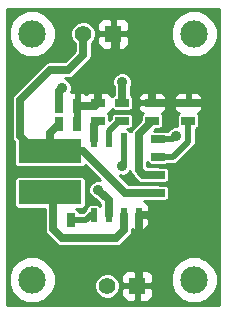
<source format=gtl>
G04 (created by PCBNEW (2014-01-10 BZR 4027)-stable) date sab 21 mar 2015 15:48:28 CET*
%MOIN*%
G04 Gerber Fmt 3.4, Leading zero omitted, Abs format*
%FSLAX34Y34*%
G01*
G70*
G90*
G04 APERTURE LIST*
%ADD10C,0.00590551*%
%ADD11R,0.02X0.045*%
%ADD12R,0.045X0.025*%
%ADD13R,0.025X0.045*%
%ADD14R,0.2085X0.0787*%
%ADD15R,0.055X0.055*%
%ADD16C,0.055*%
%ADD17C,0.0912598*%
%ADD18C,0.035*%
%ADD19C,0.027126*%
%ADD20C,0.019252*%
%ADD21C,0.01*%
G04 APERTURE END LIST*
G54D10*
G54D11*
X56450Y-23150D03*
X56950Y-23150D03*
X57450Y-23150D03*
X57950Y-23150D03*
X57950Y-25650D03*
X57450Y-25650D03*
X56950Y-25650D03*
X56450Y-25650D03*
G54D12*
X57400Y-21900D03*
X57400Y-22500D03*
X59600Y-21900D03*
X59600Y-22500D03*
X58600Y-24300D03*
X58600Y-24900D03*
X58400Y-22500D03*
X58400Y-21900D03*
G54D13*
X55300Y-22000D03*
X55900Y-22000D03*
X55100Y-25800D03*
X55700Y-25800D03*
G54D12*
X58600Y-23700D03*
X58600Y-23100D03*
X56600Y-22500D03*
X56600Y-21900D03*
G54D13*
X55300Y-22600D03*
X55900Y-22600D03*
G54D14*
X55000Y-24888D03*
X55000Y-23512D03*
G54D15*
X57900Y-28000D03*
G54D16*
X56900Y-28000D03*
G54D15*
X57100Y-19600D03*
G54D16*
X56100Y-19600D03*
G54D17*
X59800Y-19600D03*
X54400Y-19600D03*
X59800Y-27800D03*
X54400Y-27800D03*
G54D18*
X56600Y-24800D03*
X55400Y-21400D03*
X57400Y-21200D03*
X59200Y-23000D03*
X57400Y-24000D03*
G54D19*
X55000Y-23512D02*
X56112Y-23512D01*
X57500Y-24900D02*
X58600Y-24900D01*
X56112Y-23512D02*
X57500Y-24900D01*
X55000Y-23512D02*
X55000Y-22900D01*
X55000Y-22900D02*
X55300Y-22600D01*
X55000Y-23512D02*
X54512Y-23512D01*
X56100Y-20300D02*
X56100Y-19600D01*
X55600Y-20800D02*
X56100Y-20300D01*
X55000Y-20800D02*
X55600Y-20800D01*
X54000Y-21800D02*
X55000Y-20800D01*
X54000Y-23000D02*
X54000Y-21800D01*
X54512Y-23512D02*
X54000Y-23000D01*
X56950Y-25650D02*
X56950Y-25150D01*
X56950Y-25150D02*
X56600Y-24800D01*
X57400Y-21900D02*
X57400Y-21200D01*
X55300Y-21500D02*
X55300Y-22000D01*
X55400Y-21400D02*
X55300Y-21500D01*
X57200Y-20400D02*
X58000Y-20400D01*
X58400Y-20800D02*
X58400Y-21900D01*
X58000Y-20400D02*
X58400Y-20800D01*
X57200Y-20800D02*
X57200Y-20400D01*
X57200Y-20400D02*
X57200Y-19700D01*
X57200Y-19700D02*
X57100Y-19600D01*
X56600Y-21900D02*
X56600Y-21000D01*
X56600Y-21000D02*
X56800Y-20800D01*
X56800Y-20800D02*
X57200Y-20800D01*
X57950Y-25650D02*
X58750Y-25650D01*
X58750Y-25650D02*
X60200Y-24200D01*
X60200Y-24200D02*
X60200Y-22000D01*
X60200Y-22000D02*
X60100Y-21900D01*
X60100Y-21900D02*
X59600Y-21900D01*
X55900Y-22000D02*
X56500Y-22000D01*
X56500Y-22000D02*
X56600Y-21900D01*
G54D20*
X55900Y-22600D02*
X55900Y-22000D01*
G54D19*
X58400Y-21900D02*
X59600Y-21900D01*
X57950Y-25650D02*
X57950Y-27950D01*
X57950Y-27950D02*
X57900Y-28000D01*
G54D20*
X57450Y-23150D02*
X57450Y-23950D01*
X59100Y-23100D02*
X58600Y-23100D01*
X59200Y-23000D02*
X59100Y-23100D01*
X57450Y-23950D02*
X57400Y-24000D01*
G54D19*
X58600Y-24300D02*
X58100Y-24300D01*
X57950Y-24150D02*
X57950Y-23150D01*
X58100Y-24300D02*
X57950Y-24150D01*
X57950Y-23150D02*
X57950Y-22950D01*
X57950Y-22950D02*
X58400Y-22500D01*
X55100Y-25800D02*
X55100Y-26100D01*
X57450Y-26150D02*
X57450Y-25650D01*
X57200Y-26400D02*
X57450Y-26150D01*
X55400Y-26400D02*
X57200Y-26400D01*
X55100Y-26100D02*
X55400Y-26400D01*
X55100Y-25800D02*
X55100Y-24988D01*
X55100Y-24988D02*
X55000Y-24888D01*
X56450Y-23150D02*
X56450Y-22650D01*
X56450Y-22650D02*
X56600Y-22500D01*
G54D20*
X56950Y-23150D02*
X56950Y-22850D01*
X57300Y-22500D02*
X57400Y-22500D01*
X56950Y-22850D02*
X57300Y-22500D01*
X55700Y-25800D02*
X56200Y-25800D01*
X56400Y-25600D02*
X56450Y-25650D01*
X56200Y-25800D02*
X56400Y-25600D01*
X58600Y-23700D02*
X59100Y-23700D01*
X59600Y-23200D02*
X59600Y-22500D01*
X59100Y-23700D02*
X59600Y-23200D01*
G54D10*
G36*
X60640Y-28640D02*
X60582Y-28640D01*
X60582Y-27645D01*
X60582Y-19445D01*
X60463Y-19157D01*
X60243Y-18937D01*
X59956Y-18817D01*
X59645Y-18817D01*
X59357Y-18936D01*
X59137Y-19156D01*
X59017Y-19443D01*
X59017Y-19754D01*
X59136Y-20042D01*
X59356Y-20262D01*
X59643Y-20382D01*
X59954Y-20382D01*
X60242Y-20263D01*
X60462Y-20043D01*
X60582Y-19756D01*
X60582Y-19445D01*
X60582Y-27645D01*
X60463Y-27357D01*
X60243Y-27137D01*
X60075Y-27067D01*
X60075Y-22074D01*
X60075Y-21725D01*
X60037Y-21633D01*
X59966Y-21563D01*
X59874Y-21525D01*
X59775Y-21524D01*
X59712Y-21525D01*
X59650Y-21587D01*
X59650Y-21850D01*
X60012Y-21850D01*
X60075Y-21787D01*
X60075Y-21725D01*
X60075Y-22074D01*
X60075Y-22012D01*
X60012Y-21950D01*
X59650Y-21950D01*
X59650Y-21957D01*
X59550Y-21957D01*
X59550Y-21950D01*
X59550Y-21850D01*
X59550Y-21587D01*
X59487Y-21525D01*
X59424Y-21524D01*
X59325Y-21525D01*
X59233Y-21563D01*
X59162Y-21633D01*
X59124Y-21725D01*
X59125Y-21787D01*
X59187Y-21850D01*
X59550Y-21850D01*
X59550Y-21950D01*
X59187Y-21950D01*
X59125Y-22012D01*
X59124Y-22074D01*
X59162Y-22166D01*
X59233Y-22236D01*
X59281Y-22256D01*
X59247Y-22289D01*
X59225Y-22345D01*
X59224Y-22404D01*
X59224Y-22654D01*
X59233Y-22675D01*
X59135Y-22674D01*
X59016Y-22724D01*
X58924Y-22815D01*
X58910Y-22848D01*
X58910Y-22847D01*
X58854Y-22825D01*
X58795Y-22824D01*
X58478Y-22824D01*
X58528Y-22775D01*
X58654Y-22775D01*
X58709Y-22752D01*
X58752Y-22710D01*
X58774Y-22654D01*
X58775Y-22595D01*
X58775Y-22345D01*
X58752Y-22290D01*
X58718Y-22256D01*
X58766Y-22236D01*
X58837Y-22166D01*
X58875Y-22074D01*
X58875Y-21725D01*
X58837Y-21633D01*
X58766Y-21563D01*
X58674Y-21525D01*
X58575Y-21524D01*
X58512Y-21525D01*
X58450Y-21587D01*
X58450Y-21850D01*
X58812Y-21850D01*
X58875Y-21787D01*
X58875Y-21725D01*
X58875Y-22074D01*
X58875Y-22012D01*
X58812Y-21950D01*
X58450Y-21950D01*
X58450Y-21957D01*
X58350Y-21957D01*
X58350Y-21950D01*
X58350Y-21850D01*
X58350Y-21587D01*
X58287Y-21525D01*
X58224Y-21524D01*
X58125Y-21525D01*
X58033Y-21563D01*
X57962Y-21633D01*
X57924Y-21725D01*
X57925Y-21787D01*
X57987Y-21850D01*
X58350Y-21850D01*
X58350Y-21950D01*
X57987Y-21950D01*
X57925Y-22012D01*
X57924Y-22074D01*
X57962Y-22166D01*
X58033Y-22236D01*
X58081Y-22256D01*
X58047Y-22289D01*
X58025Y-22345D01*
X58024Y-22404D01*
X58024Y-22471D01*
X57748Y-22748D01*
X57686Y-22840D01*
X57683Y-22854D01*
X57677Y-22840D01*
X57635Y-22797D01*
X57579Y-22775D01*
X57654Y-22775D01*
X57709Y-22752D01*
X57752Y-22710D01*
X57774Y-22654D01*
X57775Y-22595D01*
X57775Y-22345D01*
X57752Y-22290D01*
X57710Y-22247D01*
X57654Y-22225D01*
X57595Y-22224D01*
X57145Y-22224D01*
X57090Y-22247D01*
X57047Y-22289D01*
X57025Y-22345D01*
X57024Y-22404D01*
X57024Y-22426D01*
X56975Y-22476D01*
X56975Y-22345D01*
X56952Y-22290D01*
X56918Y-22256D01*
X56966Y-22236D01*
X57037Y-22166D01*
X57056Y-22118D01*
X57089Y-22152D01*
X57145Y-22174D01*
X57204Y-22175D01*
X57346Y-22175D01*
X57400Y-22185D01*
X57453Y-22175D01*
X57654Y-22175D01*
X57709Y-22152D01*
X57752Y-22110D01*
X57774Y-22054D01*
X57775Y-21995D01*
X57775Y-21745D01*
X57752Y-21690D01*
X57710Y-21647D01*
X57685Y-21637D01*
X57685Y-21359D01*
X57724Y-21264D01*
X57725Y-21135D01*
X57675Y-21016D01*
X57625Y-20965D01*
X57625Y-19825D01*
X57625Y-19374D01*
X57624Y-19275D01*
X57586Y-19183D01*
X57516Y-19112D01*
X57424Y-19074D01*
X57212Y-19075D01*
X57150Y-19137D01*
X57150Y-19550D01*
X57562Y-19550D01*
X57625Y-19487D01*
X57625Y-19374D01*
X57625Y-19825D01*
X57625Y-19712D01*
X57562Y-19650D01*
X57150Y-19650D01*
X57150Y-20062D01*
X57212Y-20125D01*
X57424Y-20125D01*
X57516Y-20087D01*
X57586Y-20016D01*
X57624Y-19924D01*
X57625Y-19825D01*
X57625Y-20965D01*
X57584Y-20924D01*
X57464Y-20875D01*
X57335Y-20874D01*
X57216Y-20924D01*
X57124Y-21015D01*
X57075Y-21135D01*
X57074Y-21264D01*
X57114Y-21359D01*
X57114Y-21637D01*
X57090Y-21647D01*
X57056Y-21681D01*
X57050Y-21664D01*
X57050Y-20062D01*
X57050Y-19650D01*
X57050Y-19550D01*
X57050Y-19137D01*
X56987Y-19075D01*
X56775Y-19074D01*
X56683Y-19112D01*
X56613Y-19183D01*
X56575Y-19275D01*
X56574Y-19374D01*
X56575Y-19487D01*
X56637Y-19550D01*
X57050Y-19550D01*
X57050Y-19650D01*
X56637Y-19650D01*
X56575Y-19712D01*
X56574Y-19825D01*
X56575Y-19924D01*
X56613Y-20016D01*
X56683Y-20087D01*
X56775Y-20125D01*
X56987Y-20125D01*
X57050Y-20062D01*
X57050Y-21664D01*
X57037Y-21633D01*
X56966Y-21563D01*
X56874Y-21525D01*
X56775Y-21524D01*
X56712Y-21525D01*
X56650Y-21587D01*
X56650Y-21850D01*
X56657Y-21850D01*
X56657Y-21950D01*
X56650Y-21950D01*
X56650Y-21957D01*
X56550Y-21957D01*
X56550Y-21950D01*
X56542Y-21950D01*
X56542Y-21850D01*
X56550Y-21850D01*
X56550Y-21587D01*
X56487Y-21525D01*
X56424Y-21524D01*
X56325Y-21525D01*
X56233Y-21563D01*
X56199Y-21596D01*
X56166Y-21562D01*
X56074Y-21524D01*
X56012Y-21525D01*
X55950Y-21587D01*
X55950Y-21950D01*
X55957Y-21950D01*
X55957Y-22050D01*
X55950Y-22050D01*
X55950Y-22187D01*
X55950Y-22412D01*
X55950Y-22550D01*
X55957Y-22550D01*
X55957Y-22650D01*
X55950Y-22650D01*
X55950Y-22657D01*
X55850Y-22657D01*
X55850Y-22650D01*
X55842Y-22650D01*
X55842Y-22550D01*
X55850Y-22550D01*
X55850Y-22412D01*
X55850Y-22187D01*
X55850Y-22050D01*
X55842Y-22050D01*
X55842Y-21950D01*
X55850Y-21950D01*
X55850Y-21587D01*
X55787Y-21525D01*
X55725Y-21524D01*
X55694Y-21537D01*
X55724Y-21464D01*
X55725Y-21335D01*
X55675Y-21216D01*
X55584Y-21124D01*
X55490Y-21085D01*
X55600Y-21085D01*
X55709Y-21063D01*
X55801Y-21001D01*
X56301Y-20501D01*
X56363Y-20409D01*
X56385Y-20300D01*
X56385Y-19915D01*
X56460Y-19841D01*
X56524Y-19684D01*
X56525Y-19515D01*
X56460Y-19359D01*
X56341Y-19239D01*
X56184Y-19175D01*
X56015Y-19174D01*
X55859Y-19239D01*
X55739Y-19358D01*
X55675Y-19515D01*
X55674Y-19684D01*
X55739Y-19840D01*
X55814Y-19915D01*
X55814Y-20181D01*
X55481Y-20514D01*
X55182Y-20514D01*
X55182Y-19445D01*
X55063Y-19157D01*
X54843Y-18937D01*
X54556Y-18817D01*
X54245Y-18817D01*
X53957Y-18936D01*
X53737Y-19156D01*
X53617Y-19443D01*
X53617Y-19754D01*
X53736Y-20042D01*
X53956Y-20262D01*
X54243Y-20382D01*
X54554Y-20382D01*
X54842Y-20263D01*
X55062Y-20043D01*
X55182Y-19756D01*
X55182Y-19445D01*
X55182Y-20514D01*
X55000Y-20514D01*
X54890Y-20536D01*
X54798Y-20598D01*
X53798Y-21598D01*
X53736Y-21690D01*
X53714Y-21800D01*
X53714Y-23000D01*
X53736Y-23109D01*
X53798Y-23201D01*
X53807Y-23211D01*
X53807Y-23935D01*
X53830Y-23990D01*
X53872Y-24032D01*
X53927Y-24055D01*
X53987Y-24055D01*
X56072Y-24055D01*
X56127Y-24032D01*
X56169Y-23990D01*
X56174Y-23978D01*
X56675Y-24479D01*
X56664Y-24475D01*
X56535Y-24474D01*
X56416Y-24524D01*
X56324Y-24615D01*
X56275Y-24735D01*
X56274Y-24864D01*
X56324Y-24983D01*
X56415Y-25075D01*
X56511Y-25114D01*
X56664Y-25268D01*
X56664Y-25327D01*
X56635Y-25297D01*
X56579Y-25275D01*
X56520Y-25274D01*
X56320Y-25274D01*
X56265Y-25297D01*
X56222Y-25339D01*
X56200Y-25395D01*
X56199Y-25451D01*
X56097Y-25553D01*
X55975Y-25553D01*
X55975Y-25545D01*
X55952Y-25490D01*
X55910Y-25447D01*
X55870Y-25431D01*
X56072Y-25431D01*
X56127Y-25408D01*
X56169Y-25366D01*
X56192Y-25311D01*
X56192Y-25251D01*
X56192Y-24464D01*
X56169Y-24409D01*
X56127Y-24367D01*
X56072Y-24344D01*
X56012Y-24344D01*
X53927Y-24344D01*
X53872Y-24367D01*
X53830Y-24409D01*
X53807Y-24464D01*
X53807Y-24524D01*
X53807Y-25311D01*
X53830Y-25366D01*
X53872Y-25408D01*
X53927Y-25431D01*
X53987Y-25431D01*
X54814Y-25431D01*
X54814Y-25800D01*
X54814Y-26100D01*
X54836Y-26209D01*
X54898Y-26301D01*
X55198Y-26601D01*
X55198Y-26601D01*
X55290Y-26663D01*
X55290Y-26663D01*
X55378Y-26681D01*
X55399Y-26685D01*
X55399Y-26685D01*
X55400Y-26685D01*
X57200Y-26685D01*
X57309Y-26663D01*
X57401Y-26601D01*
X57651Y-26351D01*
X57713Y-26259D01*
X57735Y-26150D01*
X57735Y-26098D01*
X57800Y-26125D01*
X57837Y-26125D01*
X57900Y-26062D01*
X57900Y-25700D01*
X57892Y-25700D01*
X57892Y-25600D01*
X57900Y-25600D01*
X57900Y-25592D01*
X58000Y-25592D01*
X58000Y-25600D01*
X58237Y-25600D01*
X58300Y-25537D01*
X58300Y-25474D01*
X58299Y-25375D01*
X58261Y-25283D01*
X58191Y-25212D01*
X58125Y-25185D01*
X58600Y-25185D01*
X58653Y-25175D01*
X58854Y-25175D01*
X58909Y-25152D01*
X58952Y-25110D01*
X58974Y-25054D01*
X58975Y-24995D01*
X58975Y-24745D01*
X58952Y-24690D01*
X58910Y-24647D01*
X58854Y-24625D01*
X58795Y-24624D01*
X58653Y-24624D01*
X58600Y-24614D01*
X57618Y-24614D01*
X57324Y-24320D01*
X57335Y-24324D01*
X57464Y-24325D01*
X57583Y-24275D01*
X57671Y-24187D01*
X57686Y-24259D01*
X57748Y-24351D01*
X57898Y-24501D01*
X57990Y-24563D01*
X58100Y-24585D01*
X58600Y-24585D01*
X58653Y-24575D01*
X58854Y-24575D01*
X58909Y-24552D01*
X58952Y-24510D01*
X58974Y-24454D01*
X58975Y-24395D01*
X58975Y-24145D01*
X58952Y-24090D01*
X58910Y-24047D01*
X58854Y-24025D01*
X58795Y-24024D01*
X58653Y-24024D01*
X58600Y-24014D01*
X58235Y-24014D01*
X58235Y-23880D01*
X58247Y-23909D01*
X58289Y-23952D01*
X58345Y-23974D01*
X58404Y-23975D01*
X58854Y-23975D01*
X58909Y-23952D01*
X58915Y-23946D01*
X59100Y-23946D01*
X59194Y-23927D01*
X59194Y-23927D01*
X59274Y-23874D01*
X59774Y-23374D01*
X59827Y-23294D01*
X59827Y-23294D01*
X59846Y-23200D01*
X59846Y-23200D01*
X59846Y-22775D01*
X59854Y-22775D01*
X59909Y-22752D01*
X59952Y-22710D01*
X59974Y-22654D01*
X59975Y-22595D01*
X59975Y-22345D01*
X59952Y-22290D01*
X59918Y-22256D01*
X59966Y-22236D01*
X60037Y-22166D01*
X60075Y-22074D01*
X60075Y-27067D01*
X59956Y-27017D01*
X59645Y-27017D01*
X59357Y-27136D01*
X59137Y-27356D01*
X59017Y-27643D01*
X59017Y-27954D01*
X59136Y-28242D01*
X59356Y-28462D01*
X59643Y-28582D01*
X59954Y-28582D01*
X60242Y-28463D01*
X60462Y-28243D01*
X60582Y-27956D01*
X60582Y-27645D01*
X60582Y-28640D01*
X58425Y-28640D01*
X58425Y-28225D01*
X58425Y-27774D01*
X58424Y-27675D01*
X58386Y-27583D01*
X58316Y-27512D01*
X58300Y-27506D01*
X58300Y-25825D01*
X58300Y-25762D01*
X58237Y-25700D01*
X58000Y-25700D01*
X58000Y-26062D01*
X58062Y-26125D01*
X58099Y-26125D01*
X58191Y-26087D01*
X58261Y-26016D01*
X58299Y-25924D01*
X58300Y-25825D01*
X58300Y-27506D01*
X58224Y-27474D01*
X58012Y-27475D01*
X57950Y-27537D01*
X57950Y-27950D01*
X58362Y-27950D01*
X58425Y-27887D01*
X58425Y-27774D01*
X58425Y-28225D01*
X58425Y-28112D01*
X58362Y-28050D01*
X57950Y-28050D01*
X57950Y-28462D01*
X58012Y-28525D01*
X58224Y-28525D01*
X58316Y-28487D01*
X58386Y-28416D01*
X58424Y-28324D01*
X58425Y-28225D01*
X58425Y-28640D01*
X57850Y-28640D01*
X57850Y-28462D01*
X57850Y-28050D01*
X57850Y-27950D01*
X57850Y-27537D01*
X57787Y-27475D01*
X57575Y-27474D01*
X57483Y-27512D01*
X57413Y-27583D01*
X57375Y-27675D01*
X57374Y-27774D01*
X57375Y-27887D01*
X57437Y-27950D01*
X57850Y-27950D01*
X57850Y-28050D01*
X57437Y-28050D01*
X57375Y-28112D01*
X57374Y-28225D01*
X57375Y-28324D01*
X57413Y-28416D01*
X57483Y-28487D01*
X57575Y-28525D01*
X57787Y-28525D01*
X57850Y-28462D01*
X57850Y-28640D01*
X57325Y-28640D01*
X57325Y-27915D01*
X57260Y-27759D01*
X57141Y-27639D01*
X56984Y-27575D01*
X56815Y-27574D01*
X56659Y-27639D01*
X56539Y-27758D01*
X56475Y-27915D01*
X56474Y-28084D01*
X56539Y-28240D01*
X56658Y-28360D01*
X56815Y-28424D01*
X56984Y-28425D01*
X57140Y-28360D01*
X57260Y-28241D01*
X57324Y-28084D01*
X57325Y-27915D01*
X57325Y-28640D01*
X55182Y-28640D01*
X55182Y-27645D01*
X55063Y-27357D01*
X54843Y-27137D01*
X54556Y-27017D01*
X54245Y-27017D01*
X53957Y-27136D01*
X53737Y-27356D01*
X53617Y-27643D01*
X53617Y-27954D01*
X53736Y-28242D01*
X53956Y-28462D01*
X54243Y-28582D01*
X54554Y-28582D01*
X54842Y-28463D01*
X55062Y-28243D01*
X55182Y-27956D01*
X55182Y-27645D01*
X55182Y-28640D01*
X53559Y-28640D01*
X53559Y-18759D01*
X60640Y-18759D01*
X60640Y-28640D01*
X60640Y-28640D01*
G37*
G54D21*
X60640Y-28640D02*
X60582Y-28640D01*
X60582Y-27645D01*
X60582Y-19445D01*
X60463Y-19157D01*
X60243Y-18937D01*
X59956Y-18817D01*
X59645Y-18817D01*
X59357Y-18936D01*
X59137Y-19156D01*
X59017Y-19443D01*
X59017Y-19754D01*
X59136Y-20042D01*
X59356Y-20262D01*
X59643Y-20382D01*
X59954Y-20382D01*
X60242Y-20263D01*
X60462Y-20043D01*
X60582Y-19756D01*
X60582Y-19445D01*
X60582Y-27645D01*
X60463Y-27357D01*
X60243Y-27137D01*
X60075Y-27067D01*
X60075Y-22074D01*
X60075Y-21725D01*
X60037Y-21633D01*
X59966Y-21563D01*
X59874Y-21525D01*
X59775Y-21524D01*
X59712Y-21525D01*
X59650Y-21587D01*
X59650Y-21850D01*
X60012Y-21850D01*
X60075Y-21787D01*
X60075Y-21725D01*
X60075Y-22074D01*
X60075Y-22012D01*
X60012Y-21950D01*
X59650Y-21950D01*
X59650Y-21957D01*
X59550Y-21957D01*
X59550Y-21950D01*
X59550Y-21850D01*
X59550Y-21587D01*
X59487Y-21525D01*
X59424Y-21524D01*
X59325Y-21525D01*
X59233Y-21563D01*
X59162Y-21633D01*
X59124Y-21725D01*
X59125Y-21787D01*
X59187Y-21850D01*
X59550Y-21850D01*
X59550Y-21950D01*
X59187Y-21950D01*
X59125Y-22012D01*
X59124Y-22074D01*
X59162Y-22166D01*
X59233Y-22236D01*
X59281Y-22256D01*
X59247Y-22289D01*
X59225Y-22345D01*
X59224Y-22404D01*
X59224Y-22654D01*
X59233Y-22675D01*
X59135Y-22674D01*
X59016Y-22724D01*
X58924Y-22815D01*
X58910Y-22848D01*
X58910Y-22847D01*
X58854Y-22825D01*
X58795Y-22824D01*
X58478Y-22824D01*
X58528Y-22775D01*
X58654Y-22775D01*
X58709Y-22752D01*
X58752Y-22710D01*
X58774Y-22654D01*
X58775Y-22595D01*
X58775Y-22345D01*
X58752Y-22290D01*
X58718Y-22256D01*
X58766Y-22236D01*
X58837Y-22166D01*
X58875Y-22074D01*
X58875Y-21725D01*
X58837Y-21633D01*
X58766Y-21563D01*
X58674Y-21525D01*
X58575Y-21524D01*
X58512Y-21525D01*
X58450Y-21587D01*
X58450Y-21850D01*
X58812Y-21850D01*
X58875Y-21787D01*
X58875Y-21725D01*
X58875Y-22074D01*
X58875Y-22012D01*
X58812Y-21950D01*
X58450Y-21950D01*
X58450Y-21957D01*
X58350Y-21957D01*
X58350Y-21950D01*
X58350Y-21850D01*
X58350Y-21587D01*
X58287Y-21525D01*
X58224Y-21524D01*
X58125Y-21525D01*
X58033Y-21563D01*
X57962Y-21633D01*
X57924Y-21725D01*
X57925Y-21787D01*
X57987Y-21850D01*
X58350Y-21850D01*
X58350Y-21950D01*
X57987Y-21950D01*
X57925Y-22012D01*
X57924Y-22074D01*
X57962Y-22166D01*
X58033Y-22236D01*
X58081Y-22256D01*
X58047Y-22289D01*
X58025Y-22345D01*
X58024Y-22404D01*
X58024Y-22471D01*
X57748Y-22748D01*
X57686Y-22840D01*
X57683Y-22854D01*
X57677Y-22840D01*
X57635Y-22797D01*
X57579Y-22775D01*
X57654Y-22775D01*
X57709Y-22752D01*
X57752Y-22710D01*
X57774Y-22654D01*
X57775Y-22595D01*
X57775Y-22345D01*
X57752Y-22290D01*
X57710Y-22247D01*
X57654Y-22225D01*
X57595Y-22224D01*
X57145Y-22224D01*
X57090Y-22247D01*
X57047Y-22289D01*
X57025Y-22345D01*
X57024Y-22404D01*
X57024Y-22426D01*
X56975Y-22476D01*
X56975Y-22345D01*
X56952Y-22290D01*
X56918Y-22256D01*
X56966Y-22236D01*
X57037Y-22166D01*
X57056Y-22118D01*
X57089Y-22152D01*
X57145Y-22174D01*
X57204Y-22175D01*
X57346Y-22175D01*
X57400Y-22185D01*
X57453Y-22175D01*
X57654Y-22175D01*
X57709Y-22152D01*
X57752Y-22110D01*
X57774Y-22054D01*
X57775Y-21995D01*
X57775Y-21745D01*
X57752Y-21690D01*
X57710Y-21647D01*
X57685Y-21637D01*
X57685Y-21359D01*
X57724Y-21264D01*
X57725Y-21135D01*
X57675Y-21016D01*
X57625Y-20965D01*
X57625Y-19825D01*
X57625Y-19374D01*
X57624Y-19275D01*
X57586Y-19183D01*
X57516Y-19112D01*
X57424Y-19074D01*
X57212Y-19075D01*
X57150Y-19137D01*
X57150Y-19550D01*
X57562Y-19550D01*
X57625Y-19487D01*
X57625Y-19374D01*
X57625Y-19825D01*
X57625Y-19712D01*
X57562Y-19650D01*
X57150Y-19650D01*
X57150Y-20062D01*
X57212Y-20125D01*
X57424Y-20125D01*
X57516Y-20087D01*
X57586Y-20016D01*
X57624Y-19924D01*
X57625Y-19825D01*
X57625Y-20965D01*
X57584Y-20924D01*
X57464Y-20875D01*
X57335Y-20874D01*
X57216Y-20924D01*
X57124Y-21015D01*
X57075Y-21135D01*
X57074Y-21264D01*
X57114Y-21359D01*
X57114Y-21637D01*
X57090Y-21647D01*
X57056Y-21681D01*
X57050Y-21664D01*
X57050Y-20062D01*
X57050Y-19650D01*
X57050Y-19550D01*
X57050Y-19137D01*
X56987Y-19075D01*
X56775Y-19074D01*
X56683Y-19112D01*
X56613Y-19183D01*
X56575Y-19275D01*
X56574Y-19374D01*
X56575Y-19487D01*
X56637Y-19550D01*
X57050Y-19550D01*
X57050Y-19650D01*
X56637Y-19650D01*
X56575Y-19712D01*
X56574Y-19825D01*
X56575Y-19924D01*
X56613Y-20016D01*
X56683Y-20087D01*
X56775Y-20125D01*
X56987Y-20125D01*
X57050Y-20062D01*
X57050Y-21664D01*
X57037Y-21633D01*
X56966Y-21563D01*
X56874Y-21525D01*
X56775Y-21524D01*
X56712Y-21525D01*
X56650Y-21587D01*
X56650Y-21850D01*
X56657Y-21850D01*
X56657Y-21950D01*
X56650Y-21950D01*
X56650Y-21957D01*
X56550Y-21957D01*
X56550Y-21950D01*
X56542Y-21950D01*
X56542Y-21850D01*
X56550Y-21850D01*
X56550Y-21587D01*
X56487Y-21525D01*
X56424Y-21524D01*
X56325Y-21525D01*
X56233Y-21563D01*
X56199Y-21596D01*
X56166Y-21562D01*
X56074Y-21524D01*
X56012Y-21525D01*
X55950Y-21587D01*
X55950Y-21950D01*
X55957Y-21950D01*
X55957Y-22050D01*
X55950Y-22050D01*
X55950Y-22187D01*
X55950Y-22412D01*
X55950Y-22550D01*
X55957Y-22550D01*
X55957Y-22650D01*
X55950Y-22650D01*
X55950Y-22657D01*
X55850Y-22657D01*
X55850Y-22650D01*
X55842Y-22650D01*
X55842Y-22550D01*
X55850Y-22550D01*
X55850Y-22412D01*
X55850Y-22187D01*
X55850Y-22050D01*
X55842Y-22050D01*
X55842Y-21950D01*
X55850Y-21950D01*
X55850Y-21587D01*
X55787Y-21525D01*
X55725Y-21524D01*
X55694Y-21537D01*
X55724Y-21464D01*
X55725Y-21335D01*
X55675Y-21216D01*
X55584Y-21124D01*
X55490Y-21085D01*
X55600Y-21085D01*
X55709Y-21063D01*
X55801Y-21001D01*
X56301Y-20501D01*
X56363Y-20409D01*
X56385Y-20300D01*
X56385Y-19915D01*
X56460Y-19841D01*
X56524Y-19684D01*
X56525Y-19515D01*
X56460Y-19359D01*
X56341Y-19239D01*
X56184Y-19175D01*
X56015Y-19174D01*
X55859Y-19239D01*
X55739Y-19358D01*
X55675Y-19515D01*
X55674Y-19684D01*
X55739Y-19840D01*
X55814Y-19915D01*
X55814Y-20181D01*
X55481Y-20514D01*
X55182Y-20514D01*
X55182Y-19445D01*
X55063Y-19157D01*
X54843Y-18937D01*
X54556Y-18817D01*
X54245Y-18817D01*
X53957Y-18936D01*
X53737Y-19156D01*
X53617Y-19443D01*
X53617Y-19754D01*
X53736Y-20042D01*
X53956Y-20262D01*
X54243Y-20382D01*
X54554Y-20382D01*
X54842Y-20263D01*
X55062Y-20043D01*
X55182Y-19756D01*
X55182Y-19445D01*
X55182Y-20514D01*
X55000Y-20514D01*
X54890Y-20536D01*
X54798Y-20598D01*
X53798Y-21598D01*
X53736Y-21690D01*
X53714Y-21800D01*
X53714Y-23000D01*
X53736Y-23109D01*
X53798Y-23201D01*
X53807Y-23211D01*
X53807Y-23935D01*
X53830Y-23990D01*
X53872Y-24032D01*
X53927Y-24055D01*
X53987Y-24055D01*
X56072Y-24055D01*
X56127Y-24032D01*
X56169Y-23990D01*
X56174Y-23978D01*
X56675Y-24479D01*
X56664Y-24475D01*
X56535Y-24474D01*
X56416Y-24524D01*
X56324Y-24615D01*
X56275Y-24735D01*
X56274Y-24864D01*
X56324Y-24983D01*
X56415Y-25075D01*
X56511Y-25114D01*
X56664Y-25268D01*
X56664Y-25327D01*
X56635Y-25297D01*
X56579Y-25275D01*
X56520Y-25274D01*
X56320Y-25274D01*
X56265Y-25297D01*
X56222Y-25339D01*
X56200Y-25395D01*
X56199Y-25451D01*
X56097Y-25553D01*
X55975Y-25553D01*
X55975Y-25545D01*
X55952Y-25490D01*
X55910Y-25447D01*
X55870Y-25431D01*
X56072Y-25431D01*
X56127Y-25408D01*
X56169Y-25366D01*
X56192Y-25311D01*
X56192Y-25251D01*
X56192Y-24464D01*
X56169Y-24409D01*
X56127Y-24367D01*
X56072Y-24344D01*
X56012Y-24344D01*
X53927Y-24344D01*
X53872Y-24367D01*
X53830Y-24409D01*
X53807Y-24464D01*
X53807Y-24524D01*
X53807Y-25311D01*
X53830Y-25366D01*
X53872Y-25408D01*
X53927Y-25431D01*
X53987Y-25431D01*
X54814Y-25431D01*
X54814Y-25800D01*
X54814Y-26100D01*
X54836Y-26209D01*
X54898Y-26301D01*
X55198Y-26601D01*
X55198Y-26601D01*
X55290Y-26663D01*
X55290Y-26663D01*
X55378Y-26681D01*
X55399Y-26685D01*
X55399Y-26685D01*
X55400Y-26685D01*
X57200Y-26685D01*
X57309Y-26663D01*
X57401Y-26601D01*
X57651Y-26351D01*
X57713Y-26259D01*
X57735Y-26150D01*
X57735Y-26098D01*
X57800Y-26125D01*
X57837Y-26125D01*
X57900Y-26062D01*
X57900Y-25700D01*
X57892Y-25700D01*
X57892Y-25600D01*
X57900Y-25600D01*
X57900Y-25592D01*
X58000Y-25592D01*
X58000Y-25600D01*
X58237Y-25600D01*
X58300Y-25537D01*
X58300Y-25474D01*
X58299Y-25375D01*
X58261Y-25283D01*
X58191Y-25212D01*
X58125Y-25185D01*
X58600Y-25185D01*
X58653Y-25175D01*
X58854Y-25175D01*
X58909Y-25152D01*
X58952Y-25110D01*
X58974Y-25054D01*
X58975Y-24995D01*
X58975Y-24745D01*
X58952Y-24690D01*
X58910Y-24647D01*
X58854Y-24625D01*
X58795Y-24624D01*
X58653Y-24624D01*
X58600Y-24614D01*
X57618Y-24614D01*
X57324Y-24320D01*
X57335Y-24324D01*
X57464Y-24325D01*
X57583Y-24275D01*
X57671Y-24187D01*
X57686Y-24259D01*
X57748Y-24351D01*
X57898Y-24501D01*
X57990Y-24563D01*
X58100Y-24585D01*
X58600Y-24585D01*
X58653Y-24575D01*
X58854Y-24575D01*
X58909Y-24552D01*
X58952Y-24510D01*
X58974Y-24454D01*
X58975Y-24395D01*
X58975Y-24145D01*
X58952Y-24090D01*
X58910Y-24047D01*
X58854Y-24025D01*
X58795Y-24024D01*
X58653Y-24024D01*
X58600Y-24014D01*
X58235Y-24014D01*
X58235Y-23880D01*
X58247Y-23909D01*
X58289Y-23952D01*
X58345Y-23974D01*
X58404Y-23975D01*
X58854Y-23975D01*
X58909Y-23952D01*
X58915Y-23946D01*
X59100Y-23946D01*
X59194Y-23927D01*
X59194Y-23927D01*
X59274Y-23874D01*
X59774Y-23374D01*
X59827Y-23294D01*
X59827Y-23294D01*
X59846Y-23200D01*
X59846Y-23200D01*
X59846Y-22775D01*
X59854Y-22775D01*
X59909Y-22752D01*
X59952Y-22710D01*
X59974Y-22654D01*
X59975Y-22595D01*
X59975Y-22345D01*
X59952Y-22290D01*
X59918Y-22256D01*
X59966Y-22236D01*
X60037Y-22166D01*
X60075Y-22074D01*
X60075Y-27067D01*
X59956Y-27017D01*
X59645Y-27017D01*
X59357Y-27136D01*
X59137Y-27356D01*
X59017Y-27643D01*
X59017Y-27954D01*
X59136Y-28242D01*
X59356Y-28462D01*
X59643Y-28582D01*
X59954Y-28582D01*
X60242Y-28463D01*
X60462Y-28243D01*
X60582Y-27956D01*
X60582Y-27645D01*
X60582Y-28640D01*
X58425Y-28640D01*
X58425Y-28225D01*
X58425Y-27774D01*
X58424Y-27675D01*
X58386Y-27583D01*
X58316Y-27512D01*
X58300Y-27506D01*
X58300Y-25825D01*
X58300Y-25762D01*
X58237Y-25700D01*
X58000Y-25700D01*
X58000Y-26062D01*
X58062Y-26125D01*
X58099Y-26125D01*
X58191Y-26087D01*
X58261Y-26016D01*
X58299Y-25924D01*
X58300Y-25825D01*
X58300Y-27506D01*
X58224Y-27474D01*
X58012Y-27475D01*
X57950Y-27537D01*
X57950Y-27950D01*
X58362Y-27950D01*
X58425Y-27887D01*
X58425Y-27774D01*
X58425Y-28225D01*
X58425Y-28112D01*
X58362Y-28050D01*
X57950Y-28050D01*
X57950Y-28462D01*
X58012Y-28525D01*
X58224Y-28525D01*
X58316Y-28487D01*
X58386Y-28416D01*
X58424Y-28324D01*
X58425Y-28225D01*
X58425Y-28640D01*
X57850Y-28640D01*
X57850Y-28462D01*
X57850Y-28050D01*
X57850Y-27950D01*
X57850Y-27537D01*
X57787Y-27475D01*
X57575Y-27474D01*
X57483Y-27512D01*
X57413Y-27583D01*
X57375Y-27675D01*
X57374Y-27774D01*
X57375Y-27887D01*
X57437Y-27950D01*
X57850Y-27950D01*
X57850Y-28050D01*
X57437Y-28050D01*
X57375Y-28112D01*
X57374Y-28225D01*
X57375Y-28324D01*
X57413Y-28416D01*
X57483Y-28487D01*
X57575Y-28525D01*
X57787Y-28525D01*
X57850Y-28462D01*
X57850Y-28640D01*
X57325Y-28640D01*
X57325Y-27915D01*
X57260Y-27759D01*
X57141Y-27639D01*
X56984Y-27575D01*
X56815Y-27574D01*
X56659Y-27639D01*
X56539Y-27758D01*
X56475Y-27915D01*
X56474Y-28084D01*
X56539Y-28240D01*
X56658Y-28360D01*
X56815Y-28424D01*
X56984Y-28425D01*
X57140Y-28360D01*
X57260Y-28241D01*
X57324Y-28084D01*
X57325Y-27915D01*
X57325Y-28640D01*
X55182Y-28640D01*
X55182Y-27645D01*
X55063Y-27357D01*
X54843Y-27137D01*
X54556Y-27017D01*
X54245Y-27017D01*
X53957Y-27136D01*
X53737Y-27356D01*
X53617Y-27643D01*
X53617Y-27954D01*
X53736Y-28242D01*
X53956Y-28462D01*
X54243Y-28582D01*
X54554Y-28582D01*
X54842Y-28463D01*
X55062Y-28243D01*
X55182Y-27956D01*
X55182Y-27645D01*
X55182Y-28640D01*
X53559Y-28640D01*
X53559Y-18759D01*
X60640Y-18759D01*
X60640Y-28640D01*
M02*

</source>
